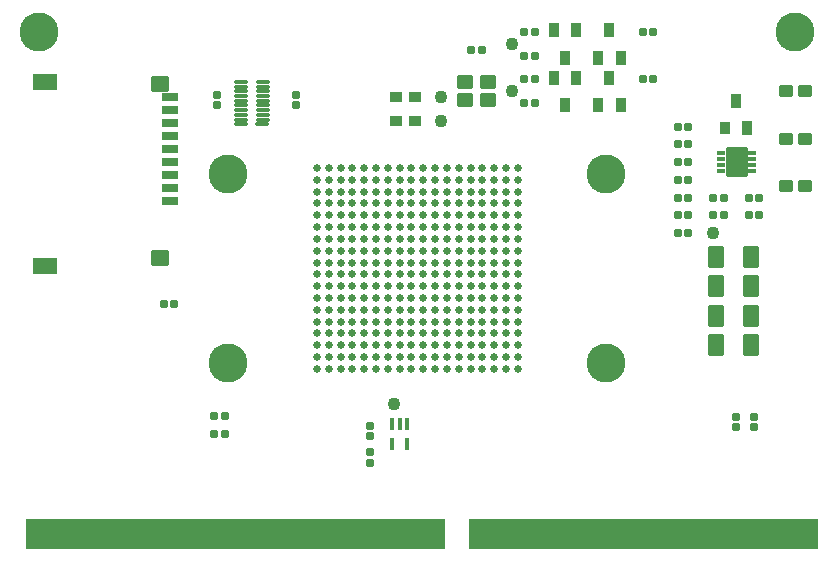
<source format=gts>
G04 Layer: TopSolderMaskLayer*
G04 EasyEDA v6.5.22, 2022-12-22 19:37:34*
G04 67d28de8ea5d46aa8ff263e619622a75,b137401b17fb4d15a04862e99c0880a0,10*
G04 Gerber Generator version 0.2*
G04 Scale: 100 percent, Rotated: No, Reflected: No *
G04 Dimensions in millimeters *
G04 leading zeros omitted , absolute positions ,4 integer and 5 decimal *
%FSLAX45Y45*%
%MOMM*%

%AMMACRO1*1,1,$1,$2,$3*1,1,$1,$4,$5*1,1,$1,0-$2,0-$3*1,1,$1,0-$4,0-$5*20,1,$1,$2,$3,$4,$5,0*20,1,$1,$4,$5,0-$2,0-$3,0*20,1,$1,0-$2,0-$3,0-$4,0-$5,0*20,1,$1,0-$4,0-$5,$2,$3,0*4,1,4,$2,$3,$4,$5,0-$2,0-$3,0-$4,0-$5,$2,$3,0*%
%ADD10C,1.1016*%
%ADD11MACRO1,0.1016X0.65X0.3X0.65X-0.3*%
%ADD12MACRO1,0.1016X0.7X0.6X0.7X-0.6*%
%ADD13MACRO1,0.1016X1X0.6X1X-0.6*%
%ADD14MACRO1,0.1016X0.4X0.5X0.4X-0.5*%
%ADD15MACRO1,0.1016X-0.55X-0.1X-0.55X0.1*%
%ADD16MACRO1,0.1016X-0.5X-0.1X-0.5X0.1*%
%ADD17MACRO1,0.1016X-0.4X-0.5X-0.4X0.5*%
%ADD18C,0.6616*%
%ADD19MACRO1,0.1016X-0.85X-1.2X-0.85X1.2*%
%ADD20MACRO1,0.1016X-0.25X-0.15X-0.25X0.15*%
%ADD21MACRO1,0.1016X0.1575X0.4193X-0.1575X0.4193*%
%ADD22MACRO1,0.1016X0.2828X-0.27X0.2828X0.27*%
%ADD23MACRO1,0.1016X-0.2828X-0.27X-0.2828X0.27*%
%ADD24MACRO1,0.1016X-0.27X-0.2828X0.27X-0.2828*%
%ADD25MACRO1,0.1016X-0.27X0.2828X0.27X0.2828*%
%ADD26MACRO1,0.1016X-0.2828X0.27X-0.2828X-0.27*%
%ADD27MACRO1,0.1016X0.2828X0.27X0.2828X-0.27*%
%ADD28MACRO1,0.1016X-0.6038X-0.8505X-0.6038X0.8505*%
%ADD29MACRO1,0.1016X0.6038X-0.8505X0.6038X0.8505*%
%ADD30MACRO1,0.1016X0.6038X0.8505X0.6038X-0.8505*%
%ADD31MACRO1,0.1016X-0.6038X0.8505X-0.6038X-0.8505*%
%ADD32MACRO1,0.1016X-0.6X0.55X-0.6X-0.55*%
%ADD33MACRO1,0.1016X0.6X0.55X0.6X-0.55*%
%ADD34MACRO1,0.1016X0.6X-0.55X0.6X0.55*%
%ADD35MACRO1,0.1016X-0.6X-0.55X-0.6X0.55*%
%ADD36MACRO1,0.2032X-0.45X0.4X0.45X0.4*%
%ADD37R,0.9016X1.1016*%
%ADD38MACRO1,0.1016X0.27X-0.2828X-0.27X-0.2828*%
%ADD39MACRO1,0.1016X0.27X0.2828X-0.27X0.2828*%
%ADD40MACRO1,0.1016X-0.175X1.25X0.175X1.25*%
%ADD41MACRO1,0.1016X-0.45X0.4X0.45X0.4*%
%ADD42C,3.3016*%
%ADD43C,0.0198*%

%LPD*%
D10*
G01*
X799998Y1899996D03*
G01*
X799998Y1499996D03*
G01*
X199999Y1449984D03*
G01*
X199999Y1249984D03*
G01*
X-199999Y-1150010D03*
G01*
X2499995Y299999D03*
D11*
G01*
X-2097490Y570039D03*
G01*
X-2097490Y680039D03*
G01*
X-2097490Y790039D03*
G01*
X-2097490Y900038D03*
G01*
X-2097490Y1010038D03*
G01*
X-2097490Y1120038D03*
G01*
X-2097490Y1230038D03*
G01*
X-2097490Y1340037D03*
G01*
X-2097490Y1450037D03*
D12*
G01*
X-2182512Y1560037D03*
G01*
X-2182512Y92036D03*
D13*
G01*
X-3152691Y24102D03*
G01*
X-3152691Y1576103D03*
D14*
G01*
X1154996Y1614998D03*
G01*
X1249992Y1384995D03*
G01*
X1344998Y1614995D03*
G01*
X1154996Y2014997D03*
G01*
X1249992Y1784995D03*
G01*
X1344998Y2014994D03*
D15*
G01*
X-1314876Y1219885D03*
D16*
G01*
X-1309878Y1259885D03*
G01*
X-1309878Y1299885D03*
G01*
X-1309878Y1339885D03*
G01*
X-1309878Y1379885D03*
G01*
X-1309878Y1419885D03*
G01*
X-1309878Y1459885D03*
G01*
X-1309878Y1499885D03*
G01*
X-1309878Y1539885D03*
G01*
X-1309878Y1579885D03*
G01*
X-1489877Y1579885D03*
G01*
X-1489877Y1539885D03*
G01*
X-1489877Y1499885D03*
G01*
X-1489877Y1459885D03*
G01*
X-1489877Y1419885D03*
G01*
X-1489877Y1379885D03*
G01*
X-1489877Y1339885D03*
G01*
X-1489877Y1299885D03*
G01*
X-1489877Y1259885D03*
G01*
X-1489877Y1219885D03*
D17*
G01*
X1719999Y1384995D03*
G01*
X1625003Y1614998D03*
G01*
X1529996Y1384998D03*
G01*
X1719999Y1784995D03*
G01*
X1625003Y2014997D03*
G01*
X1529996Y1784997D03*
D18*
G01*
X-849985Y849985D03*
G01*
X-849985Y749985D03*
G01*
X-849985Y649986D03*
G01*
X-849985Y549986D03*
G01*
X-849985Y449986D03*
G01*
X-849985Y349986D03*
G01*
X-849985Y249986D03*
G01*
X-849985Y149987D03*
G01*
X-849985Y49987D03*
G01*
X-849985Y-50012D03*
G01*
X-849985Y-150012D03*
G01*
X-849985Y-250012D03*
G01*
X-849985Y-350012D03*
G01*
X-849985Y-450011D03*
G01*
X-849985Y-550011D03*
G01*
X-849985Y-650011D03*
G01*
X-849985Y-750011D03*
G01*
X-849985Y-850011D03*
G01*
X-749985Y849985D03*
G01*
X-749985Y749985D03*
G01*
X-749985Y649986D03*
G01*
X-749985Y549986D03*
G01*
X-749985Y449986D03*
G01*
X-749985Y349986D03*
G01*
X-749985Y249986D03*
G01*
X-749985Y149987D03*
G01*
X-749985Y49987D03*
G01*
X-749985Y-50012D03*
G01*
X-749985Y-150012D03*
G01*
X-749985Y-250012D03*
G01*
X-749985Y-350012D03*
G01*
X-749985Y-450011D03*
G01*
X-749985Y-550011D03*
G01*
X-749985Y-650011D03*
G01*
X-749985Y-750011D03*
G01*
X-749985Y-850011D03*
G01*
X-649986Y849985D03*
G01*
X-649986Y749985D03*
G01*
X-649986Y649986D03*
G01*
X-649986Y549986D03*
G01*
X-649986Y449986D03*
G01*
X-649986Y349986D03*
G01*
X-649986Y249986D03*
G01*
X-649986Y149987D03*
G01*
X-649986Y49987D03*
G01*
X-649986Y-50012D03*
G01*
X-649986Y-150012D03*
G01*
X-649986Y-250012D03*
G01*
X-649986Y-350012D03*
G01*
X-649986Y-450011D03*
G01*
X-649986Y-550011D03*
G01*
X-649986Y-650011D03*
G01*
X-649986Y-750011D03*
G01*
X-649986Y-850011D03*
G01*
X-549986Y849985D03*
G01*
X-549986Y749985D03*
G01*
X-549986Y649986D03*
G01*
X-549986Y549986D03*
G01*
X-549986Y449986D03*
G01*
X-549986Y349986D03*
G01*
X-549986Y249986D03*
G01*
X-549986Y149987D03*
G01*
X-549986Y49987D03*
G01*
X-549986Y-50012D03*
G01*
X-549986Y-150012D03*
G01*
X-549986Y-250012D03*
G01*
X-549986Y-350012D03*
G01*
X-549986Y-450011D03*
G01*
X-549986Y-550011D03*
G01*
X-549986Y-650011D03*
G01*
X-549986Y-750011D03*
G01*
X-549986Y-850011D03*
G01*
X-449986Y849985D03*
G01*
X-449986Y749985D03*
G01*
X-449986Y649986D03*
G01*
X-449986Y549986D03*
G01*
X-449986Y449986D03*
G01*
X-449986Y349986D03*
G01*
X-449986Y249986D03*
G01*
X-449986Y149987D03*
G01*
X-449986Y49987D03*
G01*
X-449986Y-50012D03*
G01*
X-449986Y-150012D03*
G01*
X-449986Y-250012D03*
G01*
X-449986Y-350012D03*
G01*
X-449986Y-450011D03*
G01*
X-449986Y-550011D03*
G01*
X-449986Y-650011D03*
G01*
X-449986Y-750011D03*
G01*
X-449986Y-850011D03*
G01*
X-349986Y849985D03*
G01*
X-349986Y749985D03*
G01*
X-349986Y649986D03*
G01*
X-349986Y549986D03*
G01*
X-349986Y449986D03*
G01*
X-349986Y349986D03*
G01*
X-349986Y249986D03*
G01*
X-349986Y149987D03*
G01*
X-349986Y49987D03*
G01*
X-349986Y-50012D03*
G01*
X-349986Y-150012D03*
G01*
X-349986Y-250012D03*
G01*
X-349986Y-350012D03*
G01*
X-349986Y-450011D03*
G01*
X-349986Y-550011D03*
G01*
X-349986Y-650011D03*
G01*
X-349986Y-750011D03*
G01*
X-349986Y-850011D03*
G01*
X-249986Y849985D03*
G01*
X-249986Y749985D03*
G01*
X-249986Y649986D03*
G01*
X-249986Y549986D03*
G01*
X-249986Y449986D03*
G01*
X-249986Y349986D03*
G01*
X-249986Y249986D03*
G01*
X-249986Y149987D03*
G01*
X-249986Y49987D03*
G01*
X-249986Y-50012D03*
G01*
X-249986Y-150012D03*
G01*
X-249986Y-250012D03*
G01*
X-249986Y-350012D03*
G01*
X-249986Y-450011D03*
G01*
X-249986Y-550011D03*
G01*
X-249986Y-650011D03*
G01*
X-249986Y-750011D03*
G01*
X-249986Y-850011D03*
G01*
X-149987Y849985D03*
G01*
X-149987Y749985D03*
G01*
X-149987Y649986D03*
G01*
X-149987Y549986D03*
G01*
X-149987Y449986D03*
G01*
X-149987Y349986D03*
G01*
X-149987Y249986D03*
G01*
X-149987Y149987D03*
G01*
X-149987Y49987D03*
G01*
X-149987Y-50012D03*
G01*
X-149987Y-150012D03*
G01*
X-149987Y-250012D03*
G01*
X-149987Y-350012D03*
G01*
X-149987Y-450011D03*
G01*
X-149987Y-550011D03*
G01*
X-149987Y-650011D03*
G01*
X-149987Y-750011D03*
G01*
X-149987Y-850011D03*
G01*
X-49987Y849985D03*
G01*
X-49987Y749985D03*
G01*
X-49987Y649986D03*
G01*
X-49987Y549986D03*
G01*
X-49987Y449986D03*
G01*
X-49987Y349986D03*
G01*
X-49987Y249986D03*
G01*
X-49987Y149987D03*
G01*
X-49987Y49987D03*
G01*
X-49987Y-50012D03*
G01*
X-49987Y-150012D03*
G01*
X-49987Y-250012D03*
G01*
X-49987Y-350012D03*
G01*
X-49987Y-450011D03*
G01*
X-49987Y-550011D03*
G01*
X-49987Y-650011D03*
G01*
X-49987Y-750011D03*
G01*
X-49987Y-850011D03*
G01*
X50012Y849985D03*
G01*
X50012Y749985D03*
G01*
X50012Y649986D03*
G01*
X50012Y549986D03*
G01*
X50012Y449986D03*
G01*
X50012Y349986D03*
G01*
X50012Y249986D03*
G01*
X50012Y149987D03*
G01*
X50012Y49987D03*
G01*
X50012Y-50012D03*
G01*
X50012Y-150012D03*
G01*
X50012Y-250012D03*
G01*
X50012Y-350012D03*
G01*
X50012Y-450011D03*
G01*
X50012Y-550011D03*
G01*
X50012Y-650011D03*
G01*
X50012Y-750011D03*
G01*
X50012Y-850011D03*
G01*
X150012Y849985D03*
G01*
X150012Y749985D03*
G01*
X150012Y649986D03*
G01*
X150012Y549986D03*
G01*
X150012Y449986D03*
G01*
X150012Y349986D03*
G01*
X150012Y249986D03*
G01*
X150012Y149987D03*
G01*
X150012Y49987D03*
G01*
X150012Y-50012D03*
G01*
X150012Y-150012D03*
G01*
X150012Y-250012D03*
G01*
X150012Y-350012D03*
G01*
X150012Y-450011D03*
G01*
X150012Y-550011D03*
G01*
X150012Y-650011D03*
G01*
X150012Y-750011D03*
G01*
X150012Y-850011D03*
G01*
X250012Y849985D03*
G01*
X250012Y749985D03*
G01*
X250012Y649986D03*
G01*
X250012Y549986D03*
G01*
X250012Y449986D03*
G01*
X250012Y349986D03*
G01*
X250012Y249986D03*
G01*
X250012Y149987D03*
G01*
X250012Y49987D03*
G01*
X250012Y-50012D03*
G01*
X250012Y-150012D03*
G01*
X250012Y-250012D03*
G01*
X250012Y-350012D03*
G01*
X250012Y-450011D03*
G01*
X250012Y-550011D03*
G01*
X250012Y-650011D03*
G01*
X250012Y-750011D03*
G01*
X250012Y-850011D03*
G01*
X350012Y849985D03*
G01*
X350012Y749985D03*
G01*
X350012Y649986D03*
G01*
X350012Y549986D03*
G01*
X350012Y449986D03*
G01*
X350012Y349986D03*
G01*
X350012Y249986D03*
G01*
X350012Y149987D03*
G01*
X350012Y49987D03*
G01*
X350012Y-50012D03*
G01*
X350012Y-150012D03*
G01*
X350012Y-250012D03*
G01*
X350012Y-350012D03*
G01*
X350012Y-450011D03*
G01*
X350012Y-550011D03*
G01*
X350012Y-650011D03*
G01*
X350012Y-750011D03*
G01*
X350012Y-850011D03*
G01*
X450011Y849985D03*
G01*
X450011Y749985D03*
G01*
X450011Y649986D03*
G01*
X450011Y549986D03*
G01*
X450011Y449986D03*
G01*
X450011Y349986D03*
G01*
X450011Y249986D03*
G01*
X450011Y149987D03*
G01*
X450011Y49987D03*
G01*
X450011Y-50012D03*
G01*
X450011Y-150012D03*
G01*
X450011Y-250012D03*
G01*
X450011Y-350012D03*
G01*
X450011Y-450011D03*
G01*
X450011Y-550011D03*
G01*
X450011Y-650011D03*
G01*
X450011Y-750011D03*
G01*
X450011Y-850011D03*
G01*
X550011Y849985D03*
G01*
X550011Y749985D03*
G01*
X550011Y649986D03*
G01*
X550011Y549986D03*
G01*
X550011Y449986D03*
G01*
X550011Y349986D03*
G01*
X550011Y249986D03*
G01*
X550011Y149987D03*
G01*
X550011Y49987D03*
G01*
X550011Y-50012D03*
G01*
X550011Y-150012D03*
G01*
X550011Y-250012D03*
G01*
X550011Y-350012D03*
G01*
X550011Y-450011D03*
G01*
X550011Y-550011D03*
G01*
X550011Y-650011D03*
G01*
X550011Y-750011D03*
G01*
X550011Y-850011D03*
G01*
X650011Y849985D03*
G01*
X650011Y749985D03*
G01*
X650011Y649986D03*
G01*
X650011Y549986D03*
G01*
X650011Y449986D03*
G01*
X650011Y349986D03*
G01*
X650011Y249986D03*
G01*
X650011Y149987D03*
G01*
X650011Y49987D03*
G01*
X650011Y-50012D03*
G01*
X650011Y-150012D03*
G01*
X650011Y-250012D03*
G01*
X650011Y-350012D03*
G01*
X650011Y-450011D03*
G01*
X650011Y-550011D03*
G01*
X650011Y-650011D03*
G01*
X650011Y-750011D03*
G01*
X650011Y-850011D03*
G01*
X750011Y849985D03*
G01*
X750011Y749985D03*
G01*
X750011Y649986D03*
G01*
X750011Y549986D03*
G01*
X750011Y449986D03*
G01*
X750011Y349986D03*
G01*
X750011Y249986D03*
G01*
X750011Y149987D03*
G01*
X750011Y49987D03*
G01*
X750011Y-50012D03*
G01*
X750011Y-150012D03*
G01*
X750011Y-250012D03*
G01*
X750011Y-350012D03*
G01*
X750011Y-450011D03*
G01*
X750011Y-550011D03*
G01*
X750011Y-650011D03*
G01*
X750011Y-750011D03*
G01*
X750011Y-850011D03*
G01*
X850011Y849985D03*
G01*
X850011Y749985D03*
G01*
X850011Y649986D03*
G01*
X850011Y549986D03*
G01*
X850011Y449986D03*
G01*
X850011Y349986D03*
G01*
X850011Y249986D03*
G01*
X850011Y149987D03*
G01*
X850011Y49987D03*
G01*
X850011Y-50012D03*
G01*
X850011Y-150012D03*
G01*
X850011Y-250012D03*
G01*
X850011Y-350012D03*
G01*
X850011Y-450011D03*
G01*
X850011Y-550011D03*
G01*
X850011Y-650011D03*
G01*
X850011Y-750011D03*
G01*
X850011Y-850011D03*
D19*
G01*
X2702608Y900021D03*
D20*
G01*
X2567608Y975022D03*
G01*
X2567608Y925022D03*
G01*
X2567608Y875019D03*
G01*
X2567608Y825019D03*
G01*
X2832609Y975022D03*
G01*
X2832609Y925022D03*
G01*
X2832609Y875019D03*
G01*
X2832609Y825019D03*
D21*
G01*
X-85114Y-1315623D03*
G01*
X-150114Y-1315623D03*
G01*
X-215113Y-1315623D03*
G01*
X-215113Y-1484472D03*
G01*
X-85114Y-1484472D03*
D22*
G01*
X456716Y1849996D03*
D23*
G01*
X543281Y1849996D03*
D24*
G01*
X-400050Y-1331619D03*
D25*
G01*
X-400050Y-1418184D03*
D22*
G01*
X906677Y1599946D03*
D23*
G01*
X993242Y1599946D03*
D22*
G01*
X906677Y1999996D03*
D23*
G01*
X993242Y1999996D03*
D24*
G01*
X-1700022Y1468222D03*
D25*
G01*
X-1700022Y1381657D03*
D24*
G01*
X-1024889Y1468222D03*
D25*
G01*
X-1024889Y1381657D03*
D22*
G01*
X2806597Y450088D03*
D23*
G01*
X2893162Y450088D03*
D22*
G01*
X2806597Y599947D03*
D23*
G01*
X2893162Y599947D03*
D26*
G01*
X2593188Y599947D03*
D27*
G01*
X2506623Y599947D03*
D26*
G01*
X2593188Y450088D03*
D27*
G01*
X2506623Y450088D03*
D22*
G01*
X2206649Y899922D03*
D23*
G01*
X2293214Y899922D03*
D28*
G01*
X2822750Y-649985D03*
D29*
G01*
X2526997Y-649985D03*
D30*
G01*
X2526997Y-400050D03*
D31*
G01*
X2822750Y-400050D03*
D30*
G01*
X2526997Y100076D03*
D31*
G01*
X2822750Y100076D03*
D30*
G01*
X2526997Y-150114D03*
D31*
G01*
X2822750Y-150114D03*
D32*
G01*
X595000Y1574996D03*
D33*
G01*
X404997Y1574996D03*
D34*
G01*
X404997Y1424997D03*
D35*
G01*
X595000Y1424997D03*
D36*
G01*
X3279893Y1100073D03*
G01*
X3119890Y1100073D03*
G01*
X3279893Y700023D03*
G01*
X3119890Y700023D03*
G01*
X3279893Y1499869D03*
G01*
X3119890Y1499869D03*
D17*
G01*
X2794909Y1184965D03*
G01*
X2699913Y1414967D03*
D37*
G01*
X2604897Y1184960D03*
D23*
G01*
X1993240Y1599946D03*
D22*
G01*
X1906675Y1599946D03*
D23*
G01*
X993242Y1400047D03*
D22*
G01*
X906677Y1400047D03*
D23*
G01*
X1993240Y1999996D03*
D22*
G01*
X1906675Y1999996D03*
D23*
G01*
X993242Y1800097D03*
D22*
G01*
X906677Y1800097D03*
D38*
G01*
X2700020Y-1256689D03*
D39*
G01*
X2700020Y-1343254D03*
D38*
G01*
X2849879Y-1256689D03*
D39*
G01*
X2849879Y-1343254D03*
D38*
G01*
X-400050Y-1556663D03*
D39*
G01*
X-400050Y-1643228D03*
D27*
G01*
X-1718158Y-1400047D03*
D26*
G01*
X-1631593Y-1400047D03*
D27*
G01*
X-1718158Y-1249934D03*
D26*
G01*
X-1631593Y-1249934D03*
D27*
G01*
X-2143278Y-299999D03*
D26*
G01*
X-2056712Y-299999D03*
D27*
G01*
X2206649Y450088D03*
D26*
G01*
X2293214Y450088D03*
D27*
G01*
X2206649Y299973D03*
D26*
G01*
X2293214Y299973D03*
D23*
G01*
X2293214Y599947D03*
D22*
G01*
X2206649Y599947D03*
D23*
G01*
X2293214Y750061D03*
D22*
G01*
X2206649Y750061D03*
D23*
G01*
X2293214Y1050035D03*
D22*
G01*
X2206649Y1050035D03*
D27*
G01*
X2206649Y1199896D03*
D26*
G01*
X2293214Y1199896D03*
D40*
G01*
X3362492Y-2250045D03*
G01*
X3312480Y-2250045D03*
G01*
X3262492Y-2250045D03*
G01*
X3212480Y-2250045D03*
G01*
X3162493Y-2250045D03*
G01*
X3112480Y-2250045D03*
G01*
X3062493Y-2250045D03*
G01*
X3012480Y-2250045D03*
G01*
X2962493Y-2250045D03*
G01*
X2912480Y-2250045D03*
G01*
X2862493Y-2250045D03*
G01*
X2812481Y-2250045D03*
G01*
X2762493Y-2250045D03*
G01*
X2712481Y-2250045D03*
G01*
X2662494Y-2250045D03*
G01*
X2612481Y-2250045D03*
G01*
X2562494Y-2250045D03*
G01*
X2512481Y-2250045D03*
G01*
X2462494Y-2250045D03*
G01*
X2412481Y-2250045D03*
G01*
X2362494Y-2250045D03*
G01*
X2312482Y-2250045D03*
G01*
X2262494Y-2250045D03*
G01*
X2212482Y-2250045D03*
G01*
X2162495Y-2250045D03*
G01*
X2112482Y-2250045D03*
G01*
X2062495Y-2250045D03*
G01*
X2012482Y-2250045D03*
G01*
X1962495Y-2250045D03*
G01*
X1912482Y-2250045D03*
G01*
X1862495Y-2250045D03*
G01*
X1812483Y-2250045D03*
G01*
X1762495Y-2250045D03*
G01*
X1712483Y-2250045D03*
G01*
X1662496Y-2250045D03*
G01*
X1612483Y-2250045D03*
G01*
X1562496Y-2250045D03*
G01*
X1512483Y-2250045D03*
G01*
X1462496Y-2250045D03*
G01*
X1412483Y-2250045D03*
G01*
X1362496Y-2250045D03*
G01*
X1312484Y-2250045D03*
G01*
X1262496Y-2250045D03*
G01*
X1212484Y-2250045D03*
G01*
X1162497Y-2250045D03*
G01*
X1112484Y-2250045D03*
G01*
X1062497Y-2250045D03*
G01*
X1012484Y-2250045D03*
G01*
X962497Y-2250045D03*
G01*
X912484Y-2250045D03*
G01*
X862497Y-2250045D03*
G01*
X812485Y-2250045D03*
G01*
X762497Y-2250045D03*
G01*
X712485Y-2250045D03*
G01*
X662498Y-2250045D03*
G01*
X612485Y-2250045D03*
G01*
X562498Y-2250045D03*
G01*
X512485Y-2250045D03*
G01*
X462498Y-2250045D03*
G01*
X212498Y-2250045D03*
G01*
X162511Y-2250045D03*
G01*
X112499Y-2250045D03*
G01*
X62511Y-2250045D03*
G01*
X12499Y-2250045D03*
G01*
X-37487Y-2250045D03*
G01*
X-87500Y-2250045D03*
G01*
X-137487Y-2250045D03*
G01*
X-187500Y-2250045D03*
G01*
X-237487Y-2250045D03*
G01*
X-287500Y-2250045D03*
G01*
X-337487Y-2250045D03*
G01*
X-387499Y-2250045D03*
G01*
X-437487Y-2250045D03*
G01*
X-487499Y-2250045D03*
G01*
X-537486Y-2250045D03*
G01*
X-587499Y-2250045D03*
G01*
X-637486Y-2250045D03*
G01*
X-687499Y-2250045D03*
G01*
X-737486Y-2250045D03*
G01*
X-787499Y-2250045D03*
G01*
X-837486Y-2250045D03*
G01*
X-887498Y-2250045D03*
G01*
X-937486Y-2250045D03*
G01*
X-987498Y-2250045D03*
G01*
X-1037485Y-2250045D03*
G01*
X-1087498Y-2250045D03*
G01*
X-1137485Y-2250045D03*
G01*
X-1187498Y-2250045D03*
G01*
X-1237485Y-2250045D03*
G01*
X-1287498Y-2250045D03*
G01*
X-1337485Y-2250045D03*
G01*
X-1387497Y-2250045D03*
G01*
X-1437485Y-2250045D03*
G01*
X-1487497Y-2250045D03*
G01*
X-1537484Y-2250045D03*
G01*
X-1587497Y-2250045D03*
G01*
X-1637484Y-2250045D03*
G01*
X-1687497Y-2250045D03*
G01*
X-1737484Y-2250045D03*
G01*
X-1787497Y-2250045D03*
G01*
X-1837484Y-2250045D03*
G01*
X-1887496Y-2250045D03*
G01*
X-1937484Y-2250045D03*
G01*
X-1987496Y-2250045D03*
G01*
X-2037483Y-2250045D03*
G01*
X-2087496Y-2250045D03*
G01*
X-2137483Y-2250045D03*
G01*
X-2187496Y-2250045D03*
G01*
X-2237483Y-2250045D03*
G01*
X-2287496Y-2250045D03*
G01*
X-2337483Y-2250045D03*
G01*
X-2387495Y-2250045D03*
G01*
X-2437483Y-2250045D03*
G01*
X-2487495Y-2250045D03*
G01*
X-2537482Y-2250045D03*
G01*
X-2587495Y-2250045D03*
G01*
X-2637482Y-2250045D03*
G01*
X-2687495Y-2250045D03*
G01*
X-2737482Y-2250045D03*
G01*
X-2787495Y-2250045D03*
G01*
X-2837482Y-2250045D03*
G01*
X-2887494Y-2250045D03*
G01*
X-2937482Y-2250045D03*
G01*
X-2987494Y-2250045D03*
G01*
X-3037481Y-2250045D03*
G01*
X-3087494Y-2250045D03*
G01*
X-3137481Y-2250045D03*
G01*
X-3187494Y-2250045D03*
G01*
X-3237481Y-2250045D03*
G01*
X-3287494Y-2250045D03*
D41*
G01*
X-19998Y1449997D03*
G01*
X-180000Y1449997D03*
G01*
X-19998Y1249997D03*
G01*
X-180000Y1249997D03*
D42*
G01*
X1599996Y799998D03*
G01*
X1599996Y-799998D03*
G01*
X-1599996Y-799998D03*
G01*
X3199993Y1999995D03*
G01*
X-3199993Y1999995D03*
G01*
X-1599996Y799998D03*
M02*

</source>
